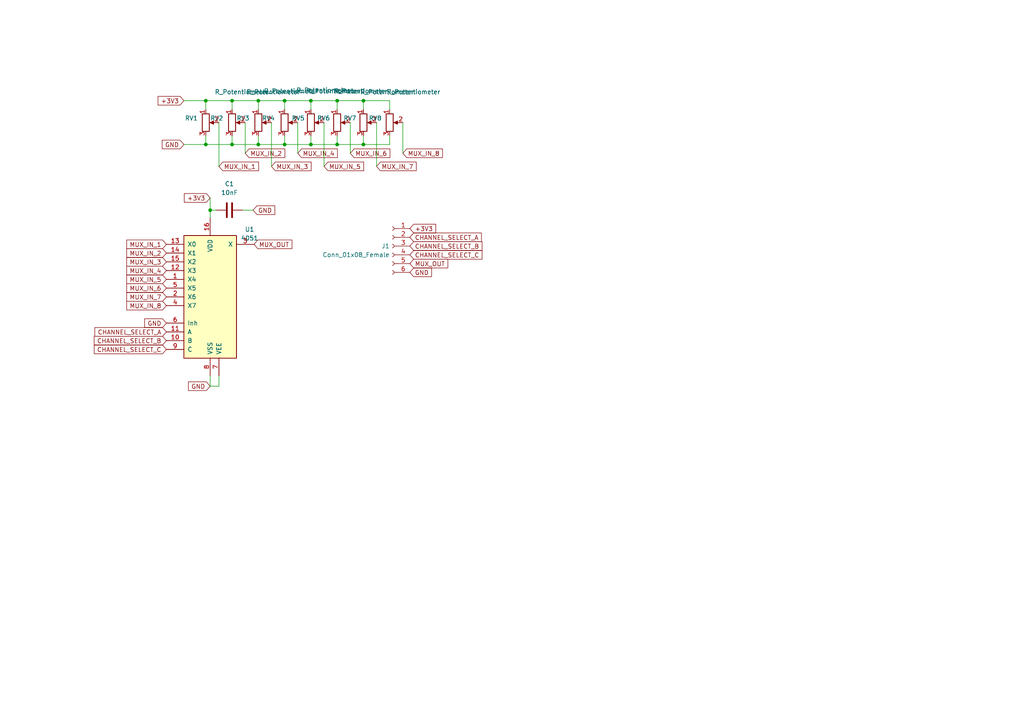
<source format=kicad_sch>
(kicad_sch (version 20230121) (generator eeschema)

  (uuid 838ac53b-3ec1-4b97-9af6-c64a64ade18e)

  (paper "A4")

  (lib_symbols
    (symbol "4xxx:4051" (pin_names (offset 1.016)) (in_bom yes) (on_board yes)
      (property "Reference" "U" (at -7.62 19.05 0)
        (effects (font (size 1.27 1.27)))
      )
      (property "Value" "4051" (at -7.62 -19.05 0)
        (effects (font (size 1.27 1.27)))
      )
      (property "Footprint" "" (at 0 0 0)
        (effects (font (size 1.27 1.27)) hide)
      )
      (property "Datasheet" "http://www.intersil.com/content/dam/Intersil/documents/cd40/cd4051bms-52bms-53bms.pdf" (at 0 0 0)
        (effects (font (size 1.27 1.27)) hide)
      )
      (property "ki_locked" "" (at 0 0 0)
        (effects (font (size 1.27 1.27)))
      )
      (property "ki_keywords" "CMOS MUX MUX8" (at 0 0 0)
        (effects (font (size 1.27 1.27)) hide)
      )
      (property "ki_description" "Analog Multiplexer 8 to 1 lins" (at 0 0 0)
        (effects (font (size 1.27 1.27)) hide)
      )
      (property "ki_fp_filters" "DIP?16*" (at 0 0 0)
        (effects (font (size 1.27 1.27)) hide)
      )
      (symbol "4051_1_0"
        (pin passive line (at -12.7 5.08 0) (length 5.08)
          (name "X4" (effects (font (size 1.27 1.27))))
          (number "1" (effects (font (size 1.27 1.27))))
        )
        (pin input line (at -12.7 -12.7 0) (length 5.08)
          (name "B" (effects (font (size 1.27 1.27))))
          (number "10" (effects (font (size 1.27 1.27))))
        )
        (pin input line (at -12.7 -10.16 0) (length 5.08)
          (name "A" (effects (font (size 1.27 1.27))))
          (number "11" (effects (font (size 1.27 1.27))))
        )
        (pin passive line (at -12.7 7.62 0) (length 5.08)
          (name "X3" (effects (font (size 1.27 1.27))))
          (number "12" (effects (font (size 1.27 1.27))))
        )
        (pin passive line (at -12.7 15.24 0) (length 5.08)
          (name "X0" (effects (font (size 1.27 1.27))))
          (number "13" (effects (font (size 1.27 1.27))))
        )
        (pin passive line (at -12.7 12.7 0) (length 5.08)
          (name "X1" (effects (font (size 1.27 1.27))))
          (number "14" (effects (font (size 1.27 1.27))))
        )
        (pin passive line (at -12.7 10.16 0) (length 5.08)
          (name "X2" (effects (font (size 1.27 1.27))))
          (number "15" (effects (font (size 1.27 1.27))))
        )
        (pin power_in line (at 0 22.86 270) (length 5.08)
          (name "VDD" (effects (font (size 1.27 1.27))))
          (number "16" (effects (font (size 1.27 1.27))))
        )
        (pin passive line (at -12.7 0 0) (length 5.08)
          (name "X6" (effects (font (size 1.27 1.27))))
          (number "2" (effects (font (size 1.27 1.27))))
        )
        (pin passive line (at 12.7 15.24 180) (length 5.08)
          (name "X" (effects (font (size 1.27 1.27))))
          (number "3" (effects (font (size 1.27 1.27))))
        )
        (pin passive line (at -12.7 -2.54 0) (length 5.08)
          (name "X7" (effects (font (size 1.27 1.27))))
          (number "4" (effects (font (size 1.27 1.27))))
        )
        (pin passive line (at -12.7 2.54 0) (length 5.08)
          (name "X5" (effects (font (size 1.27 1.27))))
          (number "5" (effects (font (size 1.27 1.27))))
        )
        (pin input line (at -12.7 -7.62 0) (length 5.08)
          (name "Inh" (effects (font (size 1.27 1.27))))
          (number "6" (effects (font (size 1.27 1.27))))
        )
        (pin power_in line (at 2.54 -22.86 90) (length 5.08)
          (name "VEE" (effects (font (size 1.27 1.27))))
          (number "7" (effects (font (size 1.27 1.27))))
        )
        (pin power_in line (at 0 -22.86 90) (length 5.08)
          (name "VSS" (effects (font (size 1.27 1.27))))
          (number "8" (effects (font (size 1.27 1.27))))
        )
        (pin input line (at -12.7 -15.24 0) (length 5.08)
          (name "C" (effects (font (size 1.27 1.27))))
          (number "9" (effects (font (size 1.27 1.27))))
        )
      )
      (symbol "4051_1_1"
        (rectangle (start -7.62 17.78) (end 7.62 -17.78)
          (stroke (width 0.254) (type default))
          (fill (type background))
        )
      )
    )
    (symbol "Connector:Conn_01x06_Female" (pin_names (offset 1.016) hide) (in_bom yes) (on_board yes)
      (property "Reference" "J" (at 0 7.62 0)
        (effects (font (size 1.27 1.27)))
      )
      (property "Value" "Conn_01x06_Female" (at 0 -10.16 0)
        (effects (font (size 1.27 1.27)))
      )
      (property "Footprint" "" (at 0 0 0)
        (effects (font (size 1.27 1.27)) hide)
      )
      (property "Datasheet" "~" (at 0 0 0)
        (effects (font (size 1.27 1.27)) hide)
      )
      (property "ki_keywords" "connector" (at 0 0 0)
        (effects (font (size 1.27 1.27)) hide)
      )
      (property "ki_description" "Generic connector, single row, 01x06, script generated (kicad-library-utils/schlib/autogen/connector/)" (at 0 0 0)
        (effects (font (size 1.27 1.27)) hide)
      )
      (property "ki_fp_filters" "Connector*:*_1x??_*" (at 0 0 0)
        (effects (font (size 1.27 1.27)) hide)
      )
      (symbol "Conn_01x06_Female_1_1"
        (arc (start 0 -7.112) (mid -0.5058 -7.62) (end 0 -8.128)
          (stroke (width 0.1524) (type default))
          (fill (type none))
        )
        (arc (start 0 -4.572) (mid -0.5058 -5.08) (end 0 -5.588)
          (stroke (width 0.1524) (type default))
          (fill (type none))
        )
        (arc (start 0 -2.032) (mid -0.5058 -2.54) (end 0 -3.048)
          (stroke (width 0.1524) (type default))
          (fill (type none))
        )
        (polyline
          (pts
            (xy -1.27 -7.62)
            (xy -0.508 -7.62)
          )
          (stroke (width 0.1524) (type default))
          (fill (type none))
        )
        (polyline
          (pts
            (xy -1.27 -5.08)
            (xy -0.508 -5.08)
          )
          (stroke (width 0.1524) (type default))
          (fill (type none))
        )
        (polyline
          (pts
            (xy -1.27 -2.54)
            (xy -0.508 -2.54)
          )
          (stroke (width 0.1524) (type default))
          (fill (type none))
        )
        (polyline
          (pts
            (xy -1.27 0)
            (xy -0.508 0)
          )
          (stroke (width 0.1524) (type default))
          (fill (type none))
        )
        (polyline
          (pts
            (xy -1.27 2.54)
            (xy -0.508 2.54)
          )
          (stroke (width 0.1524) (type default))
          (fill (type none))
        )
        (polyline
          (pts
            (xy -1.27 5.08)
            (xy -0.508 5.08)
          )
          (stroke (width 0.1524) (type default))
          (fill (type none))
        )
        (arc (start 0 0.508) (mid -0.5058 0) (end 0 -0.508)
          (stroke (width 0.1524) (type default))
          (fill (type none))
        )
        (arc (start 0 3.048) (mid -0.5058 2.54) (end 0 2.032)
          (stroke (width 0.1524) (type default))
          (fill (type none))
        )
        (arc (start 0 5.588) (mid -0.5058 5.08) (end 0 4.572)
          (stroke (width 0.1524) (type default))
          (fill (type none))
        )
        (pin passive line (at -5.08 5.08 0) (length 3.81)
          (name "Pin_1" (effects (font (size 1.27 1.27))))
          (number "1" (effects (font (size 1.27 1.27))))
        )
        (pin passive line (at -5.08 2.54 0) (length 3.81)
          (name "Pin_2" (effects (font (size 1.27 1.27))))
          (number "2" (effects (font (size 1.27 1.27))))
        )
        (pin passive line (at -5.08 0 0) (length 3.81)
          (name "Pin_3" (effects (font (size 1.27 1.27))))
          (number "3" (effects (font (size 1.27 1.27))))
        )
        (pin passive line (at -5.08 -2.54 0) (length 3.81)
          (name "Pin_4" (effects (font (size 1.27 1.27))))
          (number "4" (effects (font (size 1.27 1.27))))
        )
        (pin passive line (at -5.08 -5.08 0) (length 3.81)
          (name "Pin_5" (effects (font (size 1.27 1.27))))
          (number "5" (effects (font (size 1.27 1.27))))
        )
        (pin passive line (at -5.08 -7.62 0) (length 3.81)
          (name "Pin_6" (effects (font (size 1.27 1.27))))
          (number "6" (effects (font (size 1.27 1.27))))
        )
      )
    )
    (symbol "Device:C" (pin_numbers hide) (pin_names (offset 0.254)) (in_bom yes) (on_board yes)
      (property "Reference" "C" (at 0.635 2.54 0)
        (effects (font (size 1.27 1.27)) (justify left))
      )
      (property "Value" "C" (at 0.635 -2.54 0)
        (effects (font (size 1.27 1.27)) (justify left))
      )
      (property "Footprint" "" (at 0.9652 -3.81 0)
        (effects (font (size 1.27 1.27)) hide)
      )
      (property "Datasheet" "~" (at 0 0 0)
        (effects (font (size 1.27 1.27)) hide)
      )
      (property "ki_keywords" "cap capacitor" (at 0 0 0)
        (effects (font (size 1.27 1.27)) hide)
      )
      (property "ki_description" "Unpolarized capacitor" (at 0 0 0)
        (effects (font (size 1.27 1.27)) hide)
      )
      (property "ki_fp_filters" "C_*" (at 0 0 0)
        (effects (font (size 1.27 1.27)) hide)
      )
      (symbol "C_0_1"
        (polyline
          (pts
            (xy -2.032 -0.762)
            (xy 2.032 -0.762)
          )
          (stroke (width 0.508) (type default))
          (fill (type none))
        )
        (polyline
          (pts
            (xy -2.032 0.762)
            (xy 2.032 0.762)
          )
          (stroke (width 0.508) (type default))
          (fill (type none))
        )
      )
      (symbol "C_1_1"
        (pin passive line (at 0 3.81 270) (length 2.794)
          (name "~" (effects (font (size 1.27 1.27))))
          (number "1" (effects (font (size 1.27 1.27))))
        )
        (pin passive line (at 0 -3.81 90) (length 2.794)
          (name "~" (effects (font (size 1.27 1.27))))
          (number "2" (effects (font (size 1.27 1.27))))
        )
      )
    )
    (symbol "Device:R_Potentiometer" (pin_names (offset 1.016) hide) (in_bom yes) (on_board yes)
      (property "Reference" "RV" (at -4.445 0 90)
        (effects (font (size 1.27 1.27)))
      )
      (property "Value" "R_Potentiometer" (at -2.54 0 90)
        (effects (font (size 1.27 1.27)))
      )
      (property "Footprint" "" (at 0 0 0)
        (effects (font (size 1.27 1.27)) hide)
      )
      (property "Datasheet" "~" (at 0 0 0)
        (effects (font (size 1.27 1.27)) hide)
      )
      (property "ki_keywords" "resistor variable" (at 0 0 0)
        (effects (font (size 1.27 1.27)) hide)
      )
      (property "ki_description" "Potentiometer" (at 0 0 0)
        (effects (font (size 1.27 1.27)) hide)
      )
      (property "ki_fp_filters" "Potentiometer*" (at 0 0 0)
        (effects (font (size 1.27 1.27)) hide)
      )
      (symbol "R_Potentiometer_0_1"
        (polyline
          (pts
            (xy 2.54 0)
            (xy 1.524 0)
          )
          (stroke (width 0) (type default))
          (fill (type none))
        )
        (polyline
          (pts
            (xy 1.143 0)
            (xy 2.286 0.508)
            (xy 2.286 -0.508)
            (xy 1.143 0)
          )
          (stroke (width 0) (type default))
          (fill (type outline))
        )
        (rectangle (start 1.016 2.54) (end -1.016 -2.54)
          (stroke (width 0.254) (type default))
          (fill (type none))
        )
      )
      (symbol "R_Potentiometer_1_1"
        (pin passive line (at 0 3.81 270) (length 1.27)
          (name "1" (effects (font (size 1.27 1.27))))
          (number "1" (effects (font (size 1.27 1.27))))
        )
        (pin passive line (at 3.81 0 180) (length 1.27)
          (name "2" (effects (font (size 1.27 1.27))))
          (number "2" (effects (font (size 1.27 1.27))))
        )
        (pin passive line (at 0 -3.81 90) (length 1.27)
          (name "3" (effects (font (size 1.27 1.27))))
          (number "3" (effects (font (size 1.27 1.27))))
        )
      )
    )
  )

  (junction (at 59.69 41.91) (diameter 0) (color 0 0 0 0)
    (uuid 0fcb0796-f0be-4e0f-a134-bf96bf94f637)
  )
  (junction (at 60.96 60.96) (diameter 0) (color 0 0 0 0)
    (uuid 2c596029-31c4-4c21-8f75-f7e03c423cc5)
  )
  (junction (at 82.55 41.91) (diameter 0) (color 0 0 0 0)
    (uuid 544a5d72-afef-4211-8691-46f2264ad83e)
  )
  (junction (at 90.17 41.91) (diameter 0) (color 0 0 0 0)
    (uuid 5939173c-3b8c-4503-9ae5-f26d1cef26b3)
  )
  (junction (at 97.79 29.21) (diameter 0) (color 0 0 0 0)
    (uuid 5a7b601d-a4e7-450f-9735-234fbb114c05)
  )
  (junction (at 67.31 41.91) (diameter 0) (color 0 0 0 0)
    (uuid 6ab9d32d-2b70-4867-bc37-1a5797dd2bf8)
  )
  (junction (at 82.55 29.21) (diameter 0) (color 0 0 0 0)
    (uuid 71b6ff5c-c756-4b20-8a74-b3c02d8d7498)
  )
  (junction (at 74.93 29.21) (diameter 0) (color 0 0 0 0)
    (uuid 79ecd64b-901a-4dfb-bb83-06d749f65498)
  )
  (junction (at 59.69 29.21) (diameter 0) (color 0 0 0 0)
    (uuid 7b5684a1-4ca5-404f-8d63-d2c7eb3a23b9)
  )
  (junction (at 105.41 41.91) (diameter 0) (color 0 0 0 0)
    (uuid 84003cc6-3aa0-4f53-b02c-d28087d8951a)
  )
  (junction (at 74.93 41.91) (diameter 0) (color 0 0 0 0)
    (uuid 8df66389-44b1-4eea-a25d-54738e0fce0d)
  )
  (junction (at 97.79 41.91) (diameter 0) (color 0 0 0 0)
    (uuid 99619232-f5e3-4c67-9e80-3ebd23cecdac)
  )
  (junction (at 105.41 29.21) (diameter 0) (color 0 0 0 0)
    (uuid bb269027-2a48-433e-9f7c-e0ba26e193fb)
  )
  (junction (at 90.17 29.21) (diameter 0) (color 0 0 0 0)
    (uuid e586f24c-b0c2-4143-b1dd-0100dfe100fc)
  )
  (junction (at 67.31 29.21) (diameter 0) (color 0 0 0 0)
    (uuid f3e6d2aa-d3d1-43df-8ad3-4c7fc48d5cf0)
  )

  (wire (pts (xy 109.22 35.56) (xy 109.22 48.26))
    (stroke (width 0) (type default))
    (uuid 059441a9-796c-4296-a92d-b6dd83da3afd)
  )
  (wire (pts (xy 90.17 41.91) (xy 97.79 41.91))
    (stroke (width 0) (type default))
    (uuid 0aed905e-1b3b-490c-a58d-d8f458009a76)
  )
  (wire (pts (xy 101.6 35.56) (xy 101.6 44.45))
    (stroke (width 0) (type default))
    (uuid 1517bf6d-e00d-4913-ba2e-adbcfcec366f)
  )
  (wire (pts (xy 67.31 41.91) (xy 74.93 41.91))
    (stroke (width 0) (type default))
    (uuid 17f79322-194b-43c2-8fcd-0b71e3ea4a98)
  )
  (wire (pts (xy 105.41 29.21) (xy 113.03 29.21))
    (stroke (width 0) (type default))
    (uuid 2594bc45-7ca6-4d06-a06d-05c44403c6a0)
  )
  (wire (pts (xy 90.17 29.21) (xy 97.79 29.21))
    (stroke (width 0) (type default))
    (uuid 266a088d-ef75-452e-a959-01f0b893a448)
  )
  (wire (pts (xy 59.69 41.91) (xy 67.31 41.91))
    (stroke (width 0) (type default))
    (uuid 296909a0-7cfa-42e1-bd96-205099ae4073)
  )
  (wire (pts (xy 90.17 39.37) (xy 90.17 41.91))
    (stroke (width 0) (type default))
    (uuid 2f5b5533-9d96-40d1-be07-2f4d21ffba03)
  )
  (wire (pts (xy 59.69 29.21) (xy 59.69 31.75))
    (stroke (width 0) (type default))
    (uuid 31b5a7f9-2f62-485d-a0b6-e514ea91b23b)
  )
  (wire (pts (xy 67.31 31.75) (xy 67.31 29.21))
    (stroke (width 0) (type default))
    (uuid 32c46e30-7a85-4e74-934c-f0141347bba2)
  )
  (wire (pts (xy 113.03 29.21) (xy 113.03 31.75))
    (stroke (width 0) (type default))
    (uuid 37a9969b-e03a-4c0a-94f9-c1bfb2bcb429)
  )
  (wire (pts (xy 97.79 41.91) (xy 105.41 41.91))
    (stroke (width 0) (type default))
    (uuid 46ab2a14-30a1-4a32-b325-03ad28637fe2)
  )
  (wire (pts (xy 97.79 29.21) (xy 105.41 29.21))
    (stroke (width 0) (type default))
    (uuid 47b488ed-694d-483b-9df7-efca4a74c889)
  )
  (wire (pts (xy 97.79 39.37) (xy 97.79 41.91))
    (stroke (width 0) (type default))
    (uuid 57838bda-d405-48c4-b51c-d1245d2b9bde)
  )
  (wire (pts (xy 59.69 39.37) (xy 59.69 41.91))
    (stroke (width 0) (type default))
    (uuid 5ede9f48-caf7-4196-8c25-d9e24349b4dd)
  )
  (wire (pts (xy 74.93 41.91) (xy 82.55 41.91))
    (stroke (width 0) (type default))
    (uuid 5f964148-ff9b-4269-ab46-62867cf0028a)
  )
  (wire (pts (xy 82.55 31.75) (xy 82.55 29.21))
    (stroke (width 0) (type default))
    (uuid 60b7aa7f-8ce7-46f9-ba0b-516a24897bea)
  )
  (wire (pts (xy 59.69 29.21) (xy 67.31 29.21))
    (stroke (width 0) (type default))
    (uuid 6a0a650d-cd70-4403-9244-b8d886209eb2)
  )
  (wire (pts (xy 86.36 35.56) (xy 86.36 44.45))
    (stroke (width 0) (type default))
    (uuid 6a5bcfdd-cfae-46c9-b3f9-8b2f24b99a92)
  )
  (wire (pts (xy 97.79 29.21) (xy 97.79 31.75))
    (stroke (width 0) (type default))
    (uuid 6ca10527-ab50-4cf4-9083-0c4cd08ae9c5)
  )
  (wire (pts (xy 53.34 41.91) (xy 59.69 41.91))
    (stroke (width 0) (type default))
    (uuid 6ca220cc-6b27-4570-a0ed-749741ebba05)
  )
  (wire (pts (xy 74.93 29.21) (xy 82.55 29.21))
    (stroke (width 0) (type default))
    (uuid 76fd536e-75dd-4a2d-ab80-205422d057a8)
  )
  (wire (pts (xy 113.03 41.91) (xy 113.03 39.37))
    (stroke (width 0) (type default))
    (uuid 77baef08-758d-41b1-a2aa-53e0cac91f6c)
  )
  (wire (pts (xy 67.31 39.37) (xy 67.31 41.91))
    (stroke (width 0) (type default))
    (uuid 7bc3eeaf-01ca-4b3c-aebd-549fe5298d2d)
  )
  (wire (pts (xy 67.31 29.21) (xy 74.93 29.21))
    (stroke (width 0) (type default))
    (uuid 7f2a01c1-f873-41d2-b300-5c3ffea5d541)
  )
  (wire (pts (xy 82.55 39.37) (xy 82.55 41.91))
    (stroke (width 0) (type default))
    (uuid 8a19ef6f-7f03-405b-8e23-d92f356ffaa1)
  )
  (wire (pts (xy 105.41 39.37) (xy 105.41 41.91))
    (stroke (width 0) (type default))
    (uuid 9e5e0d02-71c1-4fe9-863f-29a25171bb62)
  )
  (wire (pts (xy 53.34 29.21) (xy 59.69 29.21))
    (stroke (width 0) (type default))
    (uuid abdd1ad4-06ae-4899-8a98-39a37d063519)
  )
  (wire (pts (xy 105.41 31.75) (xy 105.41 29.21))
    (stroke (width 0) (type default))
    (uuid b36b969e-8ca2-496c-9739-811321883319)
  )
  (wire (pts (xy 93.98 35.56) (xy 93.98 48.26))
    (stroke (width 0) (type default))
    (uuid b81fde99-8103-4166-9f34-7f87ad032b20)
  )
  (wire (pts (xy 60.96 60.96) (xy 62.738 60.96))
    (stroke (width 0) (type default))
    (uuid ba86496f-5b26-4a41-abd7-7c883a72ada7)
  )
  (wire (pts (xy 71.12 44.45) (xy 71.12 35.56))
    (stroke (width 0) (type default))
    (uuid c6e616bd-79ae-40ed-bfae-d48ffb067ad1)
  )
  (wire (pts (xy 60.96 60.96) (xy 60.96 63.246))
    (stroke (width 0) (type default))
    (uuid c96e4f75-85ae-43e8-9d6b-b1ee75857ba4)
  )
  (wire (pts (xy 78.74 35.56) (xy 78.74 48.26))
    (stroke (width 0) (type default))
    (uuid c9ff32b7-8798-4565-b3b5-71c0f442e651)
  )
  (wire (pts (xy 105.41 41.91) (xy 113.03 41.91))
    (stroke (width 0) (type default))
    (uuid ca8a84a1-597a-4dec-b676-d6a4aebadbdc)
  )
  (wire (pts (xy 82.55 29.21) (xy 90.17 29.21))
    (stroke (width 0) (type default))
    (uuid d2c1843d-d146-46ac-8a5a-3aae15344d06)
  )
  (wire (pts (xy 74.93 39.37) (xy 74.93 41.91))
    (stroke (width 0) (type default))
    (uuid d4eec43a-2035-43cb-8126-4fe39db8b6ef)
  )
  (wire (pts (xy 63.5 48.26) (xy 63.5 35.56))
    (stroke (width 0) (type default))
    (uuid e1265b21-42a1-418f-a43c-c908b5d1d0fc)
  )
  (wire (pts (xy 63.5 108.966) (xy 63.5 112.014))
    (stroke (width 0) (type default))
    (uuid e254d633-6a1d-4e09-998c-26e324e3dd3f)
  )
  (wire (pts (xy 73.406 60.96) (xy 70.358 60.96))
    (stroke (width 0) (type default))
    (uuid e5a6ca94-c918-46ef-80ac-9f365614cf48)
  )
  (wire (pts (xy 116.84 35.56) (xy 116.84 44.45))
    (stroke (width 0) (type default))
    (uuid e643c12f-fc4c-4651-a38f-e44dfef69234)
  )
  (wire (pts (xy 90.17 29.21) (xy 90.17 31.75))
    (stroke (width 0) (type default))
    (uuid ea5f7788-17a2-4f58-beed-e0959b1403ef)
  )
  (wire (pts (xy 82.55 41.91) (xy 90.17 41.91))
    (stroke (width 0) (type default))
    (uuid ecc1fb60-03b0-4a58-b6f2-6f4fcff42e7c)
  )
  (wire (pts (xy 60.96 108.966) (xy 60.96 112.014))
    (stroke (width 0) (type default))
    (uuid ed4b25b9-3bd6-4460-a314-a3b413ff19c3)
  )
  (wire (pts (xy 74.93 29.21) (xy 74.93 31.75))
    (stroke (width 0) (type default))
    (uuid f1ed2fce-d8b1-4c28-aabf-2e3102a1be42)
  )
  (wire (pts (xy 63.5 112.014) (xy 60.96 112.014))
    (stroke (width 0) (type default))
    (uuid faab8500-3c97-4dea-abde-ac676d283f97)
  )
  (wire (pts (xy 60.96 57.404) (xy 60.96 60.96))
    (stroke (width 0) (type default))
    (uuid fc6e46e3-c1af-4cec-aabb-afedc388f73e)
  )

  (global_label "MUX_IN_1" (shape input) (at 48.26 70.866 180) (fields_autoplaced)
    (effects (font (size 1.27 1.27)) (justify right))
    (uuid 07c70053-e0e3-4eb3-9d56-14bf0915f494)
    (property "Intersheetrefs" "${INTERSHEET_REFS}" (at 36.7755 70.7866 0)
      (effects (font (size 1.27 1.27)) (justify right) hide)
    )
  )
  (global_label "MUX_OUT" (shape input) (at 118.872 76.454 0) (fields_autoplaced)
    (effects (font (size 1.27 1.27)) (justify left))
    (uuid 0a2f830c-437e-4769-83a6-4e635376ac18)
    (property "Intersheetrefs" "${INTERSHEET_REFS}" (at 129.8727 76.3746 0)
      (effects (font (size 1.27 1.27)) (justify left) hide)
    )
  )
  (global_label "MUX_IN_7" (shape input) (at 48.26 86.106 180) (fields_autoplaced)
    (effects (font (size 1.27 1.27)) (justify right))
    (uuid 116b9c9a-ed97-48be-b153-90023f79c98b)
    (property "Intersheetrefs" "${INTERSHEET_REFS}" (at 36.7755 86.0266 0)
      (effects (font (size 1.27 1.27)) (justify right) hide)
    )
  )
  (global_label "MUX_IN_2" (shape input) (at 48.26 73.406 180) (fields_autoplaced)
    (effects (font (size 1.27 1.27)) (justify right))
    (uuid 11b710df-4798-448d-bbfe-0fe451cdeff0)
    (property "Intersheetrefs" "${INTERSHEET_REFS}" (at 36.7755 73.3266 0)
      (effects (font (size 1.27 1.27)) (justify right) hide)
    )
  )
  (global_label "CHANNEL_SELECT_A" (shape input) (at 48.26 96.266 180) (fields_autoplaced)
    (effects (font (size 1.27 1.27)) (justify right))
    (uuid 1d04d416-b513-4a84-a3f1-06cf41a21c1b)
    (property "Intersheetrefs" "${INTERSHEET_REFS}" (at 27.5226 96.1866 0)
      (effects (font (size 1.27 1.27)) (justify right) hide)
    )
  )
  (global_label "GND" (shape input) (at 60.96 112.014 180) (fields_autoplaced)
    (effects (font (size 1.27 1.27)) (justify right))
    (uuid 27881493-24b3-4223-a753-944f29991bbe)
    (property "Intersheetrefs" "${INTERSHEET_REFS}" (at 54.6764 111.9346 0)
      (effects (font (size 1.27 1.27)) (justify right) hide)
    )
  )
  (global_label "MUX_IN_5" (shape input) (at 93.98 48.26 0) (fields_autoplaced)
    (effects (font (size 1.27 1.27)) (justify left))
    (uuid 2a120ad8-a237-42e4-8c75-b8c3230dc4d6)
    (property "Intersheetrefs" "${INTERSHEET_REFS}" (at 105.4645 48.1806 0)
      (effects (font (size 1.27 1.27)) (justify left) hide)
    )
  )
  (global_label "MUX_IN_8" (shape input) (at 116.84 44.45 0) (fields_autoplaced)
    (effects (font (size 1.27 1.27)) (justify left))
    (uuid 358cefe1-0a41-451c-aa73-8ce80723bb79)
    (property "Intersheetrefs" "${INTERSHEET_REFS}" (at 128.3245 44.3706 0)
      (effects (font (size 1.27 1.27)) (justify left) hide)
    )
  )
  (global_label "MUX_IN_8" (shape input) (at 48.26 88.646 180) (fields_autoplaced)
    (effects (font (size 1.27 1.27)) (justify right))
    (uuid 3f23780f-2af2-4271-ac86-178ff8cec741)
    (property "Intersheetrefs" "${INTERSHEET_REFS}" (at 36.7755 88.5666 0)
      (effects (font (size 1.27 1.27)) (justify right) hide)
    )
  )
  (global_label "CHANNEL_SELECT_C" (shape input) (at 48.26 101.346 180) (fields_autoplaced)
    (effects (font (size 1.27 1.27)) (justify right))
    (uuid 43c392e4-f4e7-43b5-a936-089938f55bb3)
    (property "Intersheetrefs" "${INTERSHEET_REFS}" (at 27.3412 101.2666 0)
      (effects (font (size 1.27 1.27)) (justify right) hide)
    )
  )
  (global_label "+3V3" (shape input) (at 53.34 29.21 180) (fields_autoplaced)
    (effects (font (size 1.27 1.27)) (justify right))
    (uuid 6ea2c5d9-93f7-4fe6-b846-39bdacfcfe94)
    (property "Intersheetrefs" "${INTERSHEET_REFS}" (at 45.8469 29.1306 0)
      (effects (font (size 1.27 1.27)) (justify right) hide)
    )
  )
  (global_label "+3V3" (shape input) (at 60.96 57.404 180) (fields_autoplaced)
    (effects (font (size 1.27 1.27)) (justify right))
    (uuid 75fee133-b77e-4e18-bd20-3447daff406c)
    (property "Intersheetrefs" "${INTERSHEET_REFS}" (at 53.4669 57.3246 0)
      (effects (font (size 1.27 1.27)) (justify right) hide)
    )
  )
  (global_label "GND" (shape input) (at 118.872 78.994 0) (fields_autoplaced)
    (effects (font (size 1.27 1.27)) (justify left))
    (uuid 77fe2b4f-54e3-45c0-8567-60e578659662)
    (property "Intersheetrefs" "${INTERSHEET_REFS}" (at 125.1556 78.9146 0)
      (effects (font (size 1.27 1.27)) (justify left) hide)
    )
  )
  (global_label "+3V3" (shape input) (at 118.872 66.294 0) (fields_autoplaced)
    (effects (font (size 1.27 1.27)) (justify left))
    (uuid 80d5ce8f-7b4b-4b27-8849-8e3320f8b7bb)
    (property "Intersheetrefs" "${INTERSHEET_REFS}" (at 126.3651 66.2146 0)
      (effects (font (size 1.27 1.27)) (justify left) hide)
    )
  )
  (global_label "CHANNEL_SELECT_C" (shape input) (at 118.872 73.914 0) (fields_autoplaced)
    (effects (font (size 1.27 1.27)) (justify left))
    (uuid 958a3e01-03d1-46c3-9a7b-b8465a024977)
    (property "Intersheetrefs" "${INTERSHEET_REFS}" (at 139.7908 73.8346 0)
      (effects (font (size 1.27 1.27)) (justify left) hide)
    )
  )
  (global_label "CHANNEL_SELECT_A" (shape input) (at 118.872 68.834 0) (fields_autoplaced)
    (effects (font (size 1.27 1.27)) (justify left))
    (uuid b045ca25-794e-46f3-a221-4f631835bd24)
    (property "Intersheetrefs" "${INTERSHEET_REFS}" (at 139.6094 68.7546 0)
      (effects (font (size 1.27 1.27)) (justify left) hide)
    )
  )
  (global_label "MUX_IN_3" (shape input) (at 78.74 48.26 0) (fields_autoplaced)
    (effects (font (size 1.27 1.27)) (justify left))
    (uuid b167576c-c013-4f2a-a5e0-893e86a073e7)
    (property "Intersheetrefs" "${INTERSHEET_REFS}" (at 90.2245 48.1806 0)
      (effects (font (size 1.27 1.27)) (justify left) hide)
    )
  )
  (global_label "GND" (shape input) (at 73.406 60.96 0) (fields_autoplaced)
    (effects (font (size 1.27 1.27)) (justify left))
    (uuid b926de31-8b76-4d0c-8804-4b5f61e0abf9)
    (property "Intersheetrefs" "${INTERSHEET_REFS}" (at 79.6896 60.8806 0)
      (effects (font (size 1.27 1.27)) (justify left) hide)
    )
  )
  (global_label "MUX_OUT" (shape input) (at 73.66 70.866 0) (fields_autoplaced)
    (effects (font (size 1.27 1.27)) (justify left))
    (uuid ba9e8d94-01cd-4442-b2c8-a073e9586f74)
    (property "Intersheetrefs" "${INTERSHEET_REFS}" (at 84.6607 70.7866 0)
      (effects (font (size 1.27 1.27)) (justify left) hide)
    )
  )
  (global_label "GND" (shape input) (at 53.34 41.91 180) (fields_autoplaced)
    (effects (font (size 1.27 1.27)) (justify right))
    (uuid bd0e6416-aa68-469f-8bf9-bd637c7e9081)
    (property "Intersheetrefs" "${INTERSHEET_REFS}" (at 47.0564 41.8306 0)
      (effects (font (size 1.27 1.27)) (justify right) hide)
    )
  )
  (global_label "MUX_IN_1" (shape input) (at 63.5 48.26 0) (fields_autoplaced)
    (effects (font (size 1.27 1.27)) (justify left))
    (uuid bf25cf3f-1e78-4fd5-a63a-705608d6ffac)
    (property "Intersheetrefs" "${INTERSHEET_REFS}" (at 74.9845 48.1806 0)
      (effects (font (size 1.27 1.27)) (justify left) hide)
    )
  )
  (global_label "MUX_IN_6" (shape input) (at 101.6 44.45 0) (fields_autoplaced)
    (effects (font (size 1.27 1.27)) (justify left))
    (uuid c4dcec89-5d1c-4cad-98f0-3b9557615dbc)
    (property "Intersheetrefs" "${INTERSHEET_REFS}" (at 113.0845 44.3706 0)
      (effects (font (size 1.27 1.27)) (justify left) hide)
    )
  )
  (global_label "CHANNEL_SELECT_B" (shape input) (at 48.26 98.806 180) (fields_autoplaced)
    (effects (font (size 1.27 1.27)) (justify right))
    (uuid c77525a2-596d-40b9-9f0f-7e5c7d0a0bb4)
    (property "Intersheetrefs" "${INTERSHEET_REFS}" (at 27.3412 98.7266 0)
      (effects (font (size 1.27 1.27)) (justify right) hide)
    )
  )
  (global_label "GND" (shape input) (at 48.26 93.726 180) (fields_autoplaced)
    (effects (font (size 1.27 1.27)) (justify right))
    (uuid d0404e6e-fadf-4e24-ace6-2688ac39aaf8)
    (property "Intersheetrefs" "${INTERSHEET_REFS}" (at 41.9764 93.6466 0)
      (effects (font (size 1.27 1.27)) (justify right) hide)
    )
  )
  (global_label "MUX_IN_4" (shape input) (at 48.26 78.486 180) (fields_autoplaced)
    (effects (font (size 1.27 1.27)) (justify right))
    (uuid d1a68b06-c7bc-4fbc-a5a3-0fdf88d1465c)
    (property "Intersheetrefs" "${INTERSHEET_REFS}" (at 36.7755 78.4066 0)
      (effects (font (size 1.27 1.27)) (justify right) hide)
    )
  )
  (global_label "MUX_IN_5" (shape input) (at 48.26 81.026 180) (fields_autoplaced)
    (effects (font (size 1.27 1.27)) (justify right))
    (uuid d66266b7-5a21-4b5e-b776-b9ff39f6e69d)
    (property "Intersheetrefs" "${INTERSHEET_REFS}" (at 36.7755 80.9466 0)
      (effects (font (size 1.27 1.27)) (justify right) hide)
    )
  )
  (global_label "CHANNEL_SELECT_B" (shape input) (at 118.872 71.374 0) (fields_autoplaced)
    (effects (font (size 1.27 1.27)) (justify left))
    (uuid d7787cfc-93e2-4e63-9bce-121778e60881)
    (property "Intersheetrefs" "${INTERSHEET_REFS}" (at 139.7908 71.2946 0)
      (effects (font (size 1.27 1.27)) (justify left) hide)
    )
  )
  (global_label "MUX_IN_6" (shape input) (at 48.26 83.566 180) (fields_autoplaced)
    (effects (font (size 1.27 1.27)) (justify right))
    (uuid dadbc6e0-803f-431b-b8c7-4b629a4333d4)
    (property "Intersheetrefs" "${INTERSHEET_REFS}" (at 36.7755 83.4866 0)
      (effects (font (size 1.27 1.27)) (justify right) hide)
    )
  )
  (global_label "MUX_IN_7" (shape input) (at 109.22 48.26 0) (fields_autoplaced)
    (effects (font (size 1.27 1.27)) (justify left))
    (uuid db9789e0-8a96-44a9-b040-6a3264234a34)
    (property "Intersheetrefs" "${INTERSHEET_REFS}" (at 120.7045 48.1806 0)
      (effects (font (size 1.27 1.27)) (justify left) hide)
    )
  )
  (global_label "MUX_IN_2" (shape input) (at 71.12 44.45 0) (fields_autoplaced)
    (effects (font (size 1.27 1.27)) (justify left))
    (uuid e434c601-9efc-468a-8bca-f845bf7229a5)
    (property "Intersheetrefs" "${INTERSHEET_REFS}" (at 82.6045 44.3706 0)
      (effects (font (size 1.27 1.27)) (justify left) hide)
    )
  )
  (global_label "MUX_IN_4" (shape input) (at 86.36 44.45 0) (fields_autoplaced)
    (effects (font (size 1.27 1.27)) (justify left))
    (uuid f3a3179e-d1e8-45f8-8554-abd7980e321d)
    (property "Intersheetrefs" "${INTERSHEET_REFS}" (at 97.8445 44.3706 0)
      (effects (font (size 1.27 1.27)) (justify left) hide)
    )
  )
  (global_label "MUX_IN_3" (shape input) (at 48.26 75.946 180) (fields_autoplaced)
    (effects (font (size 1.27 1.27)) (justify right))
    (uuid fec89ff7-e21f-4f5a-94c6-5ce168f541a2)
    (property "Intersheetrefs" "${INTERSHEET_REFS}" (at 36.7755 75.8666 0)
      (effects (font (size 1.27 1.27)) (justify right) hide)
    )
  )

  (symbol (lib_id "4xxx:4051") (at 60.96 86.106 0) (unit 1)
    (in_bom yes) (on_board yes) (dnp no) (fields_autoplaced)
    (uuid 00328f83-c7c4-4e15-afbf-f01f311923b9)
    (property "Reference" "U1" (at 72.39 66.5353 0)
      (effects (font (size 1.27 1.27)))
    )
    (property "Value" "4051" (at 72.39 69.0753 0)
      (effects (font (size 1.27 1.27)))
    )
    (property "Footprint" "Package_SO:SOIC-16_3.9x9.9mm_P1.27mm" (at 60.96 86.106 0)
      (effects (font (size 1.27 1.27)) hide)
    )
    (property "Datasheet" "http://www.intersil.com/content/dam/Intersil/documents/cd40/cd4051bms-52bms-53bms.pdf" (at 60.96 86.106 0)
      (effects (font (size 1.27 1.27)) hide)
    )
    (pin "1" (uuid 6afd796a-10a4-4fe7-a7b4-d07c3721aab6))
    (pin "10" (uuid a2bf051a-9e14-4fcd-ac84-cb22e1ecace3))
    (pin "11" (uuid 5453f0e4-6050-49df-a839-2a463f4925ee))
    (pin "12" (uuid 420271c2-554c-4e33-812e-84a2e99e030e))
    (pin "13" (uuid a2643fcd-9d57-4c5a-bbb2-1b9fa1c32a2c))
    (pin "14" (uuid 7e771610-b939-46e9-b4ba-d583d22aad23))
    (pin "15" (uuid 30725bb2-ea7f-4874-a208-e08be89c9483))
    (pin "16" (uuid cd176b88-67df-4717-a72e-998b6fb4d60d))
    (pin "2" (uuid ec3036f3-ab77-4566-b68e-fc965ec8a8a3))
    (pin "3" (uuid 39958169-6c4d-4e3c-bdae-9762e0303ff5))
    (pin "4" (uuid 6de9a4eb-19b5-48a8-85ac-5734cecea988))
    (pin "5" (uuid 5989943d-a14e-4f79-a825-582460f9510a))
    (pin "6" (uuid 4dcb4e0c-31f4-4098-83d1-6265589b96a2))
    (pin "7" (uuid 155fe027-7e75-4fe7-b68d-ffd5d6447ed9))
    (pin "8" (uuid 167fa2de-2557-40cb-9a83-bc1eff5603f4))
    (pin "9" (uuid 646b6c9d-5767-4036-a989-dffe57b703fe))
    (instances
      (project "8-pots-1-mux"
        (path "/838ac53b-3ec1-4b97-9af6-c64a64ade18e"
          (reference "U1") (unit 1)
        )
      )
    )
  )

  (symbol (lib_id "Device:R_Potentiometer") (at 82.55 35.56 0) (unit 1)
    (in_bom yes) (on_board yes) (dnp no)
    (uuid 188e9019-139e-4760-9d7c-96c12941afc5)
    (property "Reference" "RV4" (at 79.756 34.2899 0)
      (effects (font (size 1.27 1.27)) (justify right))
    )
    (property "Value" "R_Potentiometer" (at 101.6 26.1619 0)
      (effects (font (size 1.27 1.27)) (justify right))
    )
    (property "Footprint" "Potentiometer_THT:Potentiometer_Alpha_RD901F-40-00D_Single_Vertical" (at 82.55 35.56 0)
      (effects (font (size 1.27 1.27)) hide)
    )
    (property "Datasheet" "~" (at 82.55 35.56 0)
      (effects (font (size 1.27 1.27)) hide)
    )
    (pin "1" (uuid 10189873-3565-485c-91c1-3ae868c18dbc))
    (pin "2" (uuid c0c11acb-3e31-4a4f-88b7-3da8069064fa))
    (pin "3" (uuid 6a94a8a9-bfbd-49c9-99c6-40120c6d26ea))
    (instances
      (project "8-pots-1-mux"
        (path "/838ac53b-3ec1-4b97-9af6-c64a64ade18e"
          (reference "RV4") (unit 1)
        )
      )
    )
  )

  (symbol (lib_id "Device:R_Potentiometer") (at 105.41 35.56 0) (unit 1)
    (in_bom yes) (on_board yes) (dnp no)
    (uuid 312256ac-b31a-4752-95e6-6f8b47089a11)
    (property "Reference" "RV7" (at 103.378 34.2899 0)
      (effects (font (size 1.27 1.27)) (justify right))
    )
    (property "Value" "R_Potentiometer" (at 120.142 26.6699 0)
      (effects (font (size 1.27 1.27)) (justify right))
    )
    (property "Footprint" "Potentiometer_THT:Potentiometer_Alpha_RD901F-40-00D_Single_Vertical" (at 105.41 35.56 0)
      (effects (font (size 1.27 1.27)) hide)
    )
    (property "Datasheet" "~" (at 105.41 35.56 0)
      (effects (font (size 1.27 1.27)) hide)
    )
    (pin "1" (uuid 31c92d31-9287-4ed9-94c5-5f77969c99af))
    (pin "2" (uuid c10b2da7-5f0d-44e9-b055-a68ed9eaf19b))
    (pin "3" (uuid edc78ce3-fe13-43d9-80b6-4682ddafe4ed))
    (instances
      (project "8-pots-1-mux"
        (path "/838ac53b-3ec1-4b97-9af6-c64a64ade18e"
          (reference "RV7") (unit 1)
        )
      )
    )
  )

  (symbol (lib_id "Device:R_Potentiometer") (at 74.93 35.56 0) (unit 1)
    (in_bom yes) (on_board yes) (dnp no)
    (uuid 330f753a-89bc-45a8-aa3e-dbbf61ab4f10)
    (property "Reference" "RV3" (at 72.39 34.2899 0)
      (effects (font (size 1.27 1.27)) (justify right))
    )
    (property "Value" "R_Potentiometer" (at 92.202 26.4159 0)
      (effects (font (size 1.27 1.27)) (justify right))
    )
    (property "Footprint" "Potentiometer_THT:Potentiometer_Alpha_RD901F-40-00D_Single_Vertical" (at 74.93 35.56 0)
      (effects (font (size 1.27 1.27)) hide)
    )
    (property "Datasheet" "~" (at 74.93 35.56 0)
      (effects (font (size 1.27 1.27)) hide)
    )
    (pin "1" (uuid 0449c196-b50c-44a5-a416-c73bd9b864bb))
    (pin "2" (uuid 231376f8-565d-41e9-84a6-060b0901a923))
    (pin "3" (uuid 74e4c7e1-ff9c-414d-ac69-3d8660276be1))
    (instances
      (project "8-pots-1-mux"
        (path "/838ac53b-3ec1-4b97-9af6-c64a64ade18e"
          (reference "RV3") (unit 1)
        )
      )
    )
  )

  (symbol (lib_id "Device:R_Potentiometer") (at 67.31 35.56 0) (unit 1)
    (in_bom yes) (on_board yes) (dnp no)
    (uuid 34602187-c5de-4631-a616-22f5e9afa343)
    (property "Reference" "RV2" (at 64.77 34.2899 0)
      (effects (font (size 1.27 1.27)) (justify right))
    )
    (property "Value" "R_Potentiometer" (at 87.122 26.6699 0)
      (effects (font (size 1.27 1.27)) (justify right))
    )
    (property "Footprint" "Potentiometer_THT:Potentiometer_Alpha_RD901F-40-00D_Single_Vertical" (at 67.31 35.56 0)
      (effects (font (size 1.27 1.27)) hide)
    )
    (property "Datasheet" "~" (at 67.31 35.56 0)
      (effects (font (size 1.27 1.27)) hide)
    )
    (pin "1" (uuid c3803199-b1f9-4e23-8d35-f31e21dae0b1))
    (pin "2" (uuid 1b81b872-39d4-4b14-b01c-91713b9598f1))
    (pin "3" (uuid bb1f1746-161c-4b5f-9aa3-722447d52712))
    (instances
      (project "8-pots-1-mux"
        (path "/838ac53b-3ec1-4b97-9af6-c64a64ade18e"
          (reference "RV2") (unit 1)
        )
      )
    )
  )

  (symbol (lib_id "Connector:Conn_01x06_Female") (at 113.792 71.374 0) (mirror y) (unit 1)
    (in_bom yes) (on_board yes) (dnp no) (fields_autoplaced)
    (uuid 4cf19d8f-ca41-49ab-87c3-8375eb220775)
    (property "Reference" "J1" (at 113.03 71.3739 0)
      (effects (font (size 1.27 1.27)) (justify left))
    )
    (property "Value" "Conn_01x08_Female" (at 113.03 73.9139 0)
      (effects (font (size 1.27 1.27)) (justify left))
    )
    (property "Footprint" "Connector_PinSocket_2.54mm:PinSocket_1x06_P2.54mm_Horizontal" (at 113.792 71.374 0)
      (effects (font (size 1.27 1.27)) hide)
    )
    (property "Datasheet" "~" (at 113.792 71.374 0)
      (effects (font (size 1.27 1.27)) hide)
    )
    (pin "1" (uuid 30134960-62b7-46de-97b1-73a11e3e05a7))
    (pin "2" (uuid 81e76c84-5e2c-4882-83ea-73a677842c28))
    (pin "3" (uuid 43840adf-0035-4ada-a0ac-bd5446501e0d))
    (pin "4" (uuid 1c43bb8e-759f-4135-b23d-5307782a8854))
    (pin "5" (uuid 6da48a38-05d9-4d5b-a152-1cc97faab2a4))
    (pin "6" (uuid afb1784a-238f-485e-8c91-a30ea453f9c5))
    (instances
      (project "8-pots-1-mux"
        (path "/838ac53b-3ec1-4b97-9af6-c64a64ade18e"
          (reference "J1") (unit 1)
        )
      )
    )
  )

  (symbol (lib_id "Device:C") (at 66.548 60.96 90) (unit 1)
    (in_bom yes) (on_board yes) (dnp no) (fields_autoplaced)
    (uuid 515e990d-09cc-4433-8cdc-843793bea0ae)
    (property "Reference" "C1" (at 66.548 53.34 90)
      (effects (font (size 1.27 1.27)))
    )
    (property "Value" "10nF" (at 66.548 55.88 90)
      (effects (font (size 1.27 1.27)))
    )
    (property "Footprint" "Capacitor_SMD:C_0805_2012Metric" (at 70.358 59.9948 0)
      (effects (font (size 1.27 1.27)) hide)
    )
    (property "Datasheet" "~" (at 66.548 60.96 0)
      (effects (font (size 1.27 1.27)) hide)
    )
    (pin "1" (uuid 0e19773a-7c06-4420-887f-d4c599be7171))
    (pin "2" (uuid ae4b09e3-6502-4f4e-a59d-c4c57af5b5fa))
    (instances
      (project "8-pots-1-mux"
        (path "/838ac53b-3ec1-4b97-9af6-c64a64ade18e"
          (reference "C1") (unit 1)
        )
      )
    )
  )

  (symbol (lib_id "Device:R_Potentiometer") (at 90.17 35.56 0) (unit 1)
    (in_bom yes) (on_board yes) (dnp no)
    (uuid 52be6cba-47e9-481f-a9aa-76ea4ed01fed)
    (property "Reference" "RV5" (at 88.392 34.2899 0)
      (effects (font (size 1.27 1.27)) (justify right))
    )
    (property "Value" "R_Potentiometer" (at 104.648 26.4159 0)
      (effects (font (size 1.27 1.27)) (justify right))
    )
    (property "Footprint" "Potentiometer_THT:Potentiometer_Alpha_RD901F-40-00D_Single_Vertical" (at 90.17 35.56 0)
      (effects (font (size 1.27 1.27)) hide)
    )
    (property "Datasheet" "~" (at 90.17 35.56 0)
      (effects (font (size 1.27 1.27)) hide)
    )
    (pin "1" (uuid 84d10bc8-6368-49cd-a0ac-c7f2ba51aa2c))
    (pin "2" (uuid 2e08e772-861f-4632-8911-98ec1f2508de))
    (pin "3" (uuid fa5cf36d-8a50-4827-9620-484eae5d398d))
    (instances
      (project "8-pots-1-mux"
        (path "/838ac53b-3ec1-4b97-9af6-c64a64ade18e"
          (reference "RV5") (unit 1)
        )
      )
    )
  )

  (symbol (lib_id "Device:R_Potentiometer") (at 97.79 35.56 0) (unit 1)
    (in_bom yes) (on_board yes) (dnp no)
    (uuid 52c13093-3079-4edc-a617-88ba988f97ac)
    (property "Reference" "RV6" (at 95.758 34.2899 0)
      (effects (font (size 1.27 1.27)) (justify right))
    )
    (property "Value" "R_Potentiometer" (at 112.522 26.4159 0)
      (effects (font (size 1.27 1.27)) (justify right))
    )
    (property "Footprint" "Potentiometer_THT:Potentiometer_Alpha_RD901F-40-00D_Single_Vertical" (at 97.79 35.56 0)
      (effects (font (size 1.27 1.27)) hide)
    )
    (property "Datasheet" "~" (at 97.79 35.56 0)
      (effects (font (size 1.27 1.27)) hide)
    )
    (pin "1" (uuid 8839680f-b776-4bec-ae5e-dd0d3d8dd286))
    (pin "2" (uuid 4fdd6108-e419-4965-8dec-b81d96b10a80))
    (pin "3" (uuid 463465fd-5d77-49d9-9299-c0e384be8ebc))
    (instances
      (project "8-pots-1-mux"
        (path "/838ac53b-3ec1-4b97-9af6-c64a64ade18e"
          (reference "RV6") (unit 1)
        )
      )
    )
  )

  (symbol (lib_id "Device:R_Potentiometer") (at 113.03 35.56 0) (unit 1)
    (in_bom yes) (on_board yes) (dnp no)
    (uuid 991876e5-24e2-4e44-a2ff-56a062dc277f)
    (property "Reference" "RV8" (at 110.744 34.2899 0)
      (effects (font (size 1.27 1.27)) (justify right))
    )
    (property "Value" "R_Potentiometer" (at 127.762 26.6699 0)
      (effects (font (size 1.27 1.27)) (justify right))
    )
    (property "Footprint" "Potentiometer_THT:Potentiometer_Alpha_RD901F-40-00D_Single_Vertical" (at 113.03 35.56 0)
      (effects (font (size 1.27 1.27)) hide)
    )
    (property "Datasheet" "~" (at 113.03 35.56 0)
      (effects (font (size 1.27 1.27)) hide)
    )
    (pin "1" (uuid ceeec85b-d741-447a-898f-58717438213d))
    (pin "2" (uuid 0c0afd09-1d3f-47c4-bdfb-8409bb16aa71))
    (pin "3" (uuid effd7c63-afa0-437f-88a1-e5f8c3248c1c))
    (instances
      (project "8-pots-1-mux"
        (path "/838ac53b-3ec1-4b97-9af6-c64a64ade18e"
          (reference "RV8") (unit 1)
        )
      )
    )
  )

  (symbol (lib_id "Device:R_Potentiometer") (at 59.69 35.56 0) (unit 1)
    (in_bom yes) (on_board yes) (dnp no)
    (uuid b3ee6304-4586-4924-9942-14d87bd91c7d)
    (property "Reference" "RV1" (at 57.404 34.2899 0)
      (effects (font (size 1.27 1.27)) (justify right))
    )
    (property "Value" "R_Potentiometer" (at 77.978 26.6699 0)
      (effects (font (size 1.27 1.27)) (justify right))
    )
    (property "Footprint" "Potentiometer_THT:Potentiometer_Alpha_RD901F-40-00D_Single_Vertical" (at 59.69 35.56 0)
      (effects (font (size 1.27 1.27)) hide)
    )
    (property "Datasheet" "~" (at 59.69 35.56 0)
      (effects (font (size 1.27 1.27)) hide)
    )
    (pin "1" (uuid 97823ebb-0711-4a96-9596-e1b6f4baec60))
    (pin "2" (uuid 12d6a58e-297d-4423-a9b1-8d6158bbfbac))
    (pin "3" (uuid f243ec58-1f6e-418e-a663-db153af2a742))
    (instances
      (project "8-pots-1-mux"
        (path "/838ac53b-3ec1-4b97-9af6-c64a64ade18e"
          (reference "RV1") (unit 1)
        )
      )
    )
  )

  (sheet_instances
    (path "/" (page "1"))
  )
)

</source>
